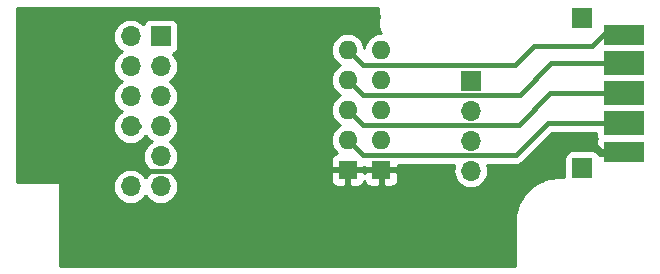
<source format=gbl>
G04 #@! TF.GenerationSoftware,KiCad,Pcbnew,(5.1.4)-1*
G04 #@! TF.CreationDate,2020-10-15T03:44:07+01:00*
G04 #@! TF.ProjectId,buffer,62756666-6572-42e6-9b69-6361645f7063,rev?*
G04 #@! TF.SameCoordinates,Original*
G04 #@! TF.FileFunction,Copper,L2,Bot*
G04 #@! TF.FilePolarity,Positive*
%FSLAX46Y46*%
G04 Gerber Fmt 4.6, Leading zero omitted, Abs format (unit mm)*
G04 Created by KiCad (PCBNEW (5.1.4)-1) date 2020-10-15 03:44:07*
%MOMM*%
%LPD*%
G04 APERTURE LIST*
%ADD10R,3.500000X1.750000*%
%ADD11R,3.500000X2.000000*%
%ADD12R,1.600000X1.600000*%
%ADD13O,1.600000X1.600000*%
%ADD14O,1.700000X1.700000*%
%ADD15R,1.700000X1.700000*%
%ADD16C,0.762000*%
%ADD17C,0.381000*%
%ADD18C,0.635000*%
%ADD19C,0.254000*%
G04 APERTURE END LIST*
D10*
X79602000Y-34245960D03*
D11*
X79602000Y-36660960D03*
X79602000Y-39200960D03*
X79602000Y-41740960D03*
D10*
X79602000Y-44155960D03*
D12*
X56178000Y-45679360D03*
D13*
X56178000Y-43139360D03*
X56178000Y-40599360D03*
X56178000Y-38059360D03*
X56178000Y-35519360D03*
D14*
X66617400Y-45730160D03*
X66617400Y-43190160D03*
X66617400Y-40650160D03*
D15*
X66617400Y-38110160D03*
X76033180Y-45504100D03*
X40353800Y-34376360D03*
D14*
X37813800Y-34376360D03*
X40353800Y-36916360D03*
X37813800Y-36916360D03*
X40353800Y-39456360D03*
X37813800Y-39456360D03*
X40353800Y-41996360D03*
X37813800Y-41996360D03*
X40353800Y-44536360D03*
X37813800Y-44536360D03*
X40353800Y-47076360D03*
X37813800Y-47076360D03*
D15*
X76040800Y-32801560D03*
D13*
X59022800Y-35519360D03*
X59022800Y-38059360D03*
X59022800Y-40599360D03*
X59022800Y-43139360D03*
D12*
X59022800Y-45679360D03*
D16*
X46507000Y-34395960D03*
X58712000Y-32700960D03*
X46084040Y-45813980D03*
D17*
X38663799Y-45386359D02*
X37813800Y-44536360D01*
X39057501Y-45780061D02*
X38663799Y-45386359D01*
X42101101Y-45780061D02*
X39057501Y-45780061D01*
X46022000Y-49700960D02*
X42101101Y-45780061D01*
X62702000Y-49700960D02*
X59102000Y-49700960D01*
X63002000Y-49700960D02*
X62702000Y-49700960D01*
X56902000Y-49700960D02*
X46022000Y-49700960D01*
X63002000Y-49700960D02*
X67292000Y-49700960D01*
X67292000Y-49700960D02*
X73843000Y-43149960D01*
D18*
X76501000Y-43149960D02*
X73843000Y-43149960D01*
X79602000Y-44280960D02*
X77632000Y-44280960D01*
X77632000Y-44280960D02*
X76501000Y-43149960D01*
D17*
X48202000Y-32700960D02*
X58712000Y-32700960D01*
X46507000Y-34395960D02*
X48202000Y-32700960D01*
X56178000Y-45679360D02*
X59022800Y-45679360D01*
X59022800Y-49590960D02*
X58912800Y-49700960D01*
X59022800Y-45679360D02*
X59022800Y-49590960D01*
X59102000Y-49700960D02*
X58912800Y-49700960D01*
X58912800Y-49700960D02*
X56902000Y-49700960D01*
X46507000Y-45391020D02*
X46507000Y-34395960D01*
X46084040Y-45813980D02*
X46507000Y-45391020D01*
X37813800Y-41996360D02*
X38513122Y-41996360D01*
X56977999Y-36319359D02*
X56178000Y-35519360D01*
X77966000Y-34120960D02*
X76866000Y-35220960D01*
X79847000Y-34120960D02*
X77966000Y-34120960D01*
X76866000Y-35220960D02*
X71970400Y-35220960D01*
X71970400Y-35220960D02*
X70376600Y-36814760D01*
X70376600Y-36814760D02*
X57473400Y-36814760D01*
X57473400Y-36814760D02*
X56977999Y-36319359D01*
X56977999Y-38859359D02*
X56178000Y-38059360D01*
X57448000Y-39329360D02*
X56977999Y-38859359D01*
X65427938Y-39329360D02*
X57448000Y-39329360D01*
X73432000Y-36660960D02*
X70763600Y-39329360D01*
X79847000Y-36660960D02*
X73432000Y-36660960D01*
X70763600Y-39329360D02*
X67806862Y-39329360D01*
X67806862Y-39329360D02*
X67782361Y-39353861D01*
X67782361Y-39353861D02*
X65452439Y-39353861D01*
X65452439Y-39353861D02*
X65427938Y-39329360D01*
X79847000Y-39200960D02*
X73352000Y-39200960D01*
X56977999Y-41399359D02*
X56178000Y-40599360D01*
X57472501Y-41893861D02*
X56977999Y-41399359D01*
X73352000Y-39200960D02*
X70659099Y-41893861D01*
X70659099Y-41893861D02*
X57472501Y-41893861D01*
X79847000Y-41740960D02*
X73122000Y-41740960D01*
X56977999Y-43939359D02*
X56178000Y-43139360D01*
X57472501Y-44433861D02*
X56977999Y-43939359D01*
X73122000Y-41740960D02*
X70429099Y-44433861D01*
X70429099Y-44433861D02*
X57472501Y-44433861D01*
D19*
G36*
X58795001Y-32793303D02*
G01*
X58795000Y-32793313D01*
X58795000Y-33555313D01*
X58791686Y-33588960D01*
X58804912Y-33723243D01*
X58844081Y-33852366D01*
X58907688Y-33971367D01*
X58993289Y-34075671D01*
X59003876Y-34084360D01*
X58952308Y-34084360D01*
X58741491Y-34105124D01*
X58470992Y-34187178D01*
X58221699Y-34320428D01*
X58003192Y-34499752D01*
X57823868Y-34718259D01*
X57690618Y-34967552D01*
X57608564Y-35238051D01*
X57600400Y-35320940D01*
X57592236Y-35238051D01*
X57510182Y-34967552D01*
X57376932Y-34718259D01*
X57197608Y-34499752D01*
X56979101Y-34320428D01*
X56729808Y-34187178D01*
X56459309Y-34105124D01*
X56248492Y-34084360D01*
X56107508Y-34084360D01*
X55896691Y-34105124D01*
X55626192Y-34187178D01*
X55376899Y-34320428D01*
X55158392Y-34499752D01*
X54979068Y-34718259D01*
X54845818Y-34967552D01*
X54763764Y-35238051D01*
X54736057Y-35519360D01*
X54763764Y-35800669D01*
X54845818Y-36071168D01*
X54979068Y-36320461D01*
X55158392Y-36538968D01*
X55376899Y-36718292D01*
X55509858Y-36789360D01*
X55376899Y-36860428D01*
X55158392Y-37039752D01*
X54979068Y-37258259D01*
X54845818Y-37507552D01*
X54763764Y-37778051D01*
X54736057Y-38059360D01*
X54763764Y-38340669D01*
X54845818Y-38611168D01*
X54979068Y-38860461D01*
X55158392Y-39078968D01*
X55376899Y-39258292D01*
X55509858Y-39329360D01*
X55376899Y-39400428D01*
X55158392Y-39579752D01*
X54979068Y-39798259D01*
X54845818Y-40047552D01*
X54763764Y-40318051D01*
X54736057Y-40599360D01*
X54763764Y-40880669D01*
X54845818Y-41151168D01*
X54979068Y-41400461D01*
X55158392Y-41618968D01*
X55376899Y-41798292D01*
X55509858Y-41869360D01*
X55376899Y-41940428D01*
X55158392Y-42119752D01*
X54979068Y-42338259D01*
X54845818Y-42587552D01*
X54763764Y-42858051D01*
X54736057Y-43139360D01*
X54763764Y-43420669D01*
X54845818Y-43691168D01*
X54979068Y-43940461D01*
X55158392Y-44158968D01*
X55271482Y-44251779D01*
X55253518Y-44253548D01*
X55133820Y-44289858D01*
X55023506Y-44348823D01*
X54926815Y-44428175D01*
X54847463Y-44524866D01*
X54788498Y-44635180D01*
X54752188Y-44754878D01*
X54739928Y-44879360D01*
X54743000Y-45393610D01*
X54901750Y-45552360D01*
X56051000Y-45552360D01*
X56051000Y-45532360D01*
X56305000Y-45532360D01*
X56305000Y-45552360D01*
X57454250Y-45552360D01*
X57600400Y-45406210D01*
X57746550Y-45552360D01*
X58895800Y-45552360D01*
X58895800Y-45532360D01*
X59149800Y-45532360D01*
X59149800Y-45552360D01*
X60299050Y-45552360D01*
X60457800Y-45393610D01*
X60458602Y-45259361D01*
X65208395Y-45259361D01*
X65153887Y-45439049D01*
X65125215Y-45730160D01*
X65153887Y-46021271D01*
X65238801Y-46301194D01*
X65376694Y-46559174D01*
X65562266Y-46785294D01*
X65788386Y-46970866D01*
X66046366Y-47108759D01*
X66326289Y-47193673D01*
X66544450Y-47215160D01*
X66690350Y-47215160D01*
X66908511Y-47193673D01*
X67188434Y-47108759D01*
X67446414Y-46970866D01*
X67672534Y-46785294D01*
X67858106Y-46559174D01*
X67995999Y-46301194D01*
X68080913Y-46021271D01*
X68109585Y-45730160D01*
X68080913Y-45439049D01*
X68026405Y-45259361D01*
X70388549Y-45259361D01*
X70429099Y-45263355D01*
X70469649Y-45259361D01*
X70469652Y-45259361D01*
X70590925Y-45247417D01*
X70746533Y-45200214D01*
X70889941Y-45123560D01*
X71015640Y-45020402D01*
X71041497Y-44988895D01*
X73463933Y-42566460D01*
X77213928Y-42566460D01*
X77213928Y-42740960D01*
X77226188Y-42865442D01*
X77262498Y-42985140D01*
X77276299Y-43010960D01*
X77262498Y-43036780D01*
X77226188Y-43156478D01*
X77213928Y-43280960D01*
X77217000Y-43870210D01*
X77375748Y-44028958D01*
X77217000Y-44028958D01*
X77217000Y-44112512D01*
X77127360Y-44064598D01*
X77007662Y-44028288D01*
X76883180Y-44016028D01*
X75183180Y-44016028D01*
X75058698Y-44028288D01*
X74939000Y-44064598D01*
X74828686Y-44123563D01*
X74731995Y-44202915D01*
X74652643Y-44299606D01*
X74593678Y-44409920D01*
X74557368Y-44529618D01*
X74545108Y-44654100D01*
X74545108Y-46289760D01*
X74137394Y-46289760D01*
X74066810Y-46289423D01*
X74034205Y-46292463D01*
X74001456Y-46292234D01*
X73991938Y-46293168D01*
X73395320Y-46355874D01*
X73334509Y-46368357D01*
X73273518Y-46379992D01*
X73264362Y-46382756D01*
X72691286Y-46560153D01*
X72634032Y-46584221D01*
X72576488Y-46607470D01*
X72568043Y-46611960D01*
X72040338Y-46897289D01*
X71988881Y-46931997D01*
X71936917Y-46966002D01*
X71929505Y-46972047D01*
X71467271Y-47354441D01*
X71423524Y-47398494D01*
X71379167Y-47441932D01*
X71373070Y-47449302D01*
X70993913Y-47914194D01*
X70959557Y-47965905D01*
X70924480Y-48017133D01*
X70919934Y-48025542D01*
X70919931Y-48025546D01*
X70919931Y-48025547D01*
X70638293Y-48555231D01*
X70614639Y-48612620D01*
X70590176Y-48669696D01*
X70587348Y-48678833D01*
X70413957Y-49253133D01*
X70401900Y-49314026D01*
X70388990Y-49374763D01*
X70387990Y-49384275D01*
X70329450Y-49981316D01*
X70329450Y-49981327D01*
X70326178Y-50014578D01*
X70326536Y-53808160D01*
X31847340Y-53808160D01*
X31847340Y-46796960D01*
X31844900Y-46772184D01*
X31837673Y-46748359D01*
X31825937Y-46726403D01*
X31810143Y-46707157D01*
X31790897Y-46691363D01*
X31768941Y-46679627D01*
X31745116Y-46672400D01*
X31720340Y-46669960D01*
X28211800Y-46669960D01*
X28211800Y-34376360D01*
X36321615Y-34376360D01*
X36350287Y-34667471D01*
X36435201Y-34947394D01*
X36573094Y-35205374D01*
X36758666Y-35431494D01*
X36984786Y-35617066D01*
X37039591Y-35646360D01*
X36984786Y-35675654D01*
X36758666Y-35861226D01*
X36573094Y-36087346D01*
X36435201Y-36345326D01*
X36350287Y-36625249D01*
X36321615Y-36916360D01*
X36350287Y-37207471D01*
X36435201Y-37487394D01*
X36573094Y-37745374D01*
X36758666Y-37971494D01*
X36984786Y-38157066D01*
X37039591Y-38186360D01*
X36984786Y-38215654D01*
X36758666Y-38401226D01*
X36573094Y-38627346D01*
X36435201Y-38885326D01*
X36350287Y-39165249D01*
X36321615Y-39456360D01*
X36350287Y-39747471D01*
X36435201Y-40027394D01*
X36573094Y-40285374D01*
X36758666Y-40511494D01*
X36984786Y-40697066D01*
X37039591Y-40726360D01*
X36984786Y-40755654D01*
X36758666Y-40941226D01*
X36573094Y-41167346D01*
X36435201Y-41425326D01*
X36350287Y-41705249D01*
X36321615Y-41996360D01*
X36350287Y-42287471D01*
X36435201Y-42567394D01*
X36573094Y-42825374D01*
X36758666Y-43051494D01*
X36984786Y-43237066D01*
X37242766Y-43374959D01*
X37522689Y-43459873D01*
X37740850Y-43481360D01*
X37886750Y-43481360D01*
X38104911Y-43459873D01*
X38384834Y-43374959D01*
X38642814Y-43237066D01*
X38868934Y-43051494D01*
X39054506Y-42825374D01*
X39083800Y-42770569D01*
X39113094Y-42825374D01*
X39298666Y-43051494D01*
X39524786Y-43237066D01*
X39579591Y-43266360D01*
X39524786Y-43295654D01*
X39298666Y-43481226D01*
X39113094Y-43707346D01*
X38975201Y-43965326D01*
X38890287Y-44245249D01*
X38861615Y-44536360D01*
X38890287Y-44827471D01*
X38975201Y-45107394D01*
X39113094Y-45365374D01*
X39298666Y-45591494D01*
X39524786Y-45777066D01*
X39579591Y-45806360D01*
X39524786Y-45835654D01*
X39298666Y-46021226D01*
X39113094Y-46247346D01*
X39083800Y-46302151D01*
X39054506Y-46247346D01*
X38868934Y-46021226D01*
X38642814Y-45835654D01*
X38384834Y-45697761D01*
X38104911Y-45612847D01*
X37886750Y-45591360D01*
X37740850Y-45591360D01*
X37522689Y-45612847D01*
X37242766Y-45697761D01*
X36984786Y-45835654D01*
X36758666Y-46021226D01*
X36573094Y-46247346D01*
X36435201Y-46505326D01*
X36350287Y-46785249D01*
X36321615Y-47076360D01*
X36350287Y-47367471D01*
X36435201Y-47647394D01*
X36573094Y-47905374D01*
X36758666Y-48131494D01*
X36984786Y-48317066D01*
X37242766Y-48454959D01*
X37522689Y-48539873D01*
X37740850Y-48561360D01*
X37886750Y-48561360D01*
X38104911Y-48539873D01*
X38384834Y-48454959D01*
X38642814Y-48317066D01*
X38868934Y-48131494D01*
X39054506Y-47905374D01*
X39083800Y-47850569D01*
X39113094Y-47905374D01*
X39298666Y-48131494D01*
X39524786Y-48317066D01*
X39782766Y-48454959D01*
X40062689Y-48539873D01*
X40280850Y-48561360D01*
X40426750Y-48561360D01*
X40644911Y-48539873D01*
X40924834Y-48454959D01*
X41182814Y-48317066D01*
X41408934Y-48131494D01*
X41594506Y-47905374D01*
X41732399Y-47647394D01*
X41817313Y-47367471D01*
X41845985Y-47076360D01*
X41817313Y-46785249D01*
X41732399Y-46505326D01*
X41718520Y-46479360D01*
X54739928Y-46479360D01*
X54752188Y-46603842D01*
X54788498Y-46723540D01*
X54847463Y-46833854D01*
X54926815Y-46930545D01*
X55023506Y-47009897D01*
X55133820Y-47068862D01*
X55253518Y-47105172D01*
X55378000Y-47117432D01*
X55892250Y-47114360D01*
X56051000Y-46955610D01*
X56051000Y-45806360D01*
X56305000Y-45806360D01*
X56305000Y-46955610D01*
X56463750Y-47114360D01*
X56978000Y-47117432D01*
X57102482Y-47105172D01*
X57222180Y-47068862D01*
X57332494Y-47009897D01*
X57429185Y-46930545D01*
X57508537Y-46833854D01*
X57567502Y-46723540D01*
X57600400Y-46615090D01*
X57633298Y-46723540D01*
X57692263Y-46833854D01*
X57771615Y-46930545D01*
X57868306Y-47009897D01*
X57978620Y-47068862D01*
X58098318Y-47105172D01*
X58222800Y-47117432D01*
X58737050Y-47114360D01*
X58895800Y-46955610D01*
X58895800Y-45806360D01*
X59149800Y-45806360D01*
X59149800Y-46955610D01*
X59308550Y-47114360D01*
X59822800Y-47117432D01*
X59947282Y-47105172D01*
X60066980Y-47068862D01*
X60177294Y-47009897D01*
X60273985Y-46930545D01*
X60353337Y-46833854D01*
X60412302Y-46723540D01*
X60448612Y-46603842D01*
X60460872Y-46479360D01*
X60457800Y-45965110D01*
X60299050Y-45806360D01*
X59149800Y-45806360D01*
X58895800Y-45806360D01*
X57746550Y-45806360D01*
X57600400Y-45952510D01*
X57454250Y-45806360D01*
X56305000Y-45806360D01*
X56051000Y-45806360D01*
X54901750Y-45806360D01*
X54743000Y-45965110D01*
X54739928Y-46479360D01*
X41718520Y-46479360D01*
X41594506Y-46247346D01*
X41408934Y-46021226D01*
X41182814Y-45835654D01*
X41128009Y-45806360D01*
X41182814Y-45777066D01*
X41408934Y-45591494D01*
X41594506Y-45365374D01*
X41732399Y-45107394D01*
X41817313Y-44827471D01*
X41845985Y-44536360D01*
X41817313Y-44245249D01*
X41732399Y-43965326D01*
X41594506Y-43707346D01*
X41408934Y-43481226D01*
X41182814Y-43295654D01*
X41128009Y-43266360D01*
X41182814Y-43237066D01*
X41408934Y-43051494D01*
X41594506Y-42825374D01*
X41732399Y-42567394D01*
X41817313Y-42287471D01*
X41845985Y-41996360D01*
X41817313Y-41705249D01*
X41732399Y-41425326D01*
X41594506Y-41167346D01*
X41408934Y-40941226D01*
X41182814Y-40755654D01*
X41128009Y-40726360D01*
X41182814Y-40697066D01*
X41408934Y-40511494D01*
X41594506Y-40285374D01*
X41732399Y-40027394D01*
X41817313Y-39747471D01*
X41845985Y-39456360D01*
X41817313Y-39165249D01*
X41732399Y-38885326D01*
X41594506Y-38627346D01*
X41408934Y-38401226D01*
X41182814Y-38215654D01*
X41128009Y-38186360D01*
X41182814Y-38157066D01*
X41408934Y-37971494D01*
X41594506Y-37745374D01*
X41732399Y-37487394D01*
X41817313Y-37207471D01*
X41845985Y-36916360D01*
X41817313Y-36625249D01*
X41732399Y-36345326D01*
X41594506Y-36087346D01*
X41408934Y-35861226D01*
X41379113Y-35836753D01*
X41447980Y-35815862D01*
X41558294Y-35756897D01*
X41654985Y-35677545D01*
X41734337Y-35580854D01*
X41793302Y-35470540D01*
X41829612Y-35350842D01*
X41841872Y-35226360D01*
X41841872Y-33526360D01*
X41829612Y-33401878D01*
X41793302Y-33282180D01*
X41734337Y-33171866D01*
X41654985Y-33075175D01*
X41558294Y-32995823D01*
X41447980Y-32936858D01*
X41328282Y-32900548D01*
X41203800Y-32888288D01*
X39503800Y-32888288D01*
X39379318Y-32900548D01*
X39259620Y-32936858D01*
X39149306Y-32995823D01*
X39052615Y-33075175D01*
X38973263Y-33171866D01*
X38914298Y-33282180D01*
X38893407Y-33351047D01*
X38868934Y-33321226D01*
X38642814Y-33135654D01*
X38384834Y-32997761D01*
X38104911Y-32912847D01*
X37886750Y-32891360D01*
X37740850Y-32891360D01*
X37522689Y-32912847D01*
X37242766Y-32997761D01*
X36984786Y-33135654D01*
X36758666Y-33321226D01*
X36573094Y-33547346D01*
X36435201Y-33805326D01*
X36350287Y-34085249D01*
X36321615Y-34376360D01*
X28211800Y-34376360D01*
X28211800Y-31987960D01*
X58795000Y-31987960D01*
X58795001Y-32793303D01*
X58795001Y-32793303D01*
G37*
X58795001Y-32793303D02*
X58795000Y-32793313D01*
X58795000Y-33555313D01*
X58791686Y-33588960D01*
X58804912Y-33723243D01*
X58844081Y-33852366D01*
X58907688Y-33971367D01*
X58993289Y-34075671D01*
X59003876Y-34084360D01*
X58952308Y-34084360D01*
X58741491Y-34105124D01*
X58470992Y-34187178D01*
X58221699Y-34320428D01*
X58003192Y-34499752D01*
X57823868Y-34718259D01*
X57690618Y-34967552D01*
X57608564Y-35238051D01*
X57600400Y-35320940D01*
X57592236Y-35238051D01*
X57510182Y-34967552D01*
X57376932Y-34718259D01*
X57197608Y-34499752D01*
X56979101Y-34320428D01*
X56729808Y-34187178D01*
X56459309Y-34105124D01*
X56248492Y-34084360D01*
X56107508Y-34084360D01*
X55896691Y-34105124D01*
X55626192Y-34187178D01*
X55376899Y-34320428D01*
X55158392Y-34499752D01*
X54979068Y-34718259D01*
X54845818Y-34967552D01*
X54763764Y-35238051D01*
X54736057Y-35519360D01*
X54763764Y-35800669D01*
X54845818Y-36071168D01*
X54979068Y-36320461D01*
X55158392Y-36538968D01*
X55376899Y-36718292D01*
X55509858Y-36789360D01*
X55376899Y-36860428D01*
X55158392Y-37039752D01*
X54979068Y-37258259D01*
X54845818Y-37507552D01*
X54763764Y-37778051D01*
X54736057Y-38059360D01*
X54763764Y-38340669D01*
X54845818Y-38611168D01*
X54979068Y-38860461D01*
X55158392Y-39078968D01*
X55376899Y-39258292D01*
X55509858Y-39329360D01*
X55376899Y-39400428D01*
X55158392Y-39579752D01*
X54979068Y-39798259D01*
X54845818Y-40047552D01*
X54763764Y-40318051D01*
X54736057Y-40599360D01*
X54763764Y-40880669D01*
X54845818Y-41151168D01*
X54979068Y-41400461D01*
X55158392Y-41618968D01*
X55376899Y-41798292D01*
X55509858Y-41869360D01*
X55376899Y-41940428D01*
X55158392Y-42119752D01*
X54979068Y-42338259D01*
X54845818Y-42587552D01*
X54763764Y-42858051D01*
X54736057Y-43139360D01*
X54763764Y-43420669D01*
X54845818Y-43691168D01*
X54979068Y-43940461D01*
X55158392Y-44158968D01*
X55271482Y-44251779D01*
X55253518Y-44253548D01*
X55133820Y-44289858D01*
X55023506Y-44348823D01*
X54926815Y-44428175D01*
X54847463Y-44524866D01*
X54788498Y-44635180D01*
X54752188Y-44754878D01*
X54739928Y-44879360D01*
X54743000Y-45393610D01*
X54901750Y-45552360D01*
X56051000Y-45552360D01*
X56051000Y-45532360D01*
X56305000Y-45532360D01*
X56305000Y-45552360D01*
X57454250Y-45552360D01*
X57600400Y-45406210D01*
X57746550Y-45552360D01*
X58895800Y-45552360D01*
X58895800Y-45532360D01*
X59149800Y-45532360D01*
X59149800Y-45552360D01*
X60299050Y-45552360D01*
X60457800Y-45393610D01*
X60458602Y-45259361D01*
X65208395Y-45259361D01*
X65153887Y-45439049D01*
X65125215Y-45730160D01*
X65153887Y-46021271D01*
X65238801Y-46301194D01*
X65376694Y-46559174D01*
X65562266Y-46785294D01*
X65788386Y-46970866D01*
X66046366Y-47108759D01*
X66326289Y-47193673D01*
X66544450Y-47215160D01*
X66690350Y-47215160D01*
X66908511Y-47193673D01*
X67188434Y-47108759D01*
X67446414Y-46970866D01*
X67672534Y-46785294D01*
X67858106Y-46559174D01*
X67995999Y-46301194D01*
X68080913Y-46021271D01*
X68109585Y-45730160D01*
X68080913Y-45439049D01*
X68026405Y-45259361D01*
X70388549Y-45259361D01*
X70429099Y-45263355D01*
X70469649Y-45259361D01*
X70469652Y-45259361D01*
X70590925Y-45247417D01*
X70746533Y-45200214D01*
X70889941Y-45123560D01*
X71015640Y-45020402D01*
X71041497Y-44988895D01*
X73463933Y-42566460D01*
X77213928Y-42566460D01*
X77213928Y-42740960D01*
X77226188Y-42865442D01*
X77262498Y-42985140D01*
X77276299Y-43010960D01*
X77262498Y-43036780D01*
X77226188Y-43156478D01*
X77213928Y-43280960D01*
X77217000Y-43870210D01*
X77375748Y-44028958D01*
X77217000Y-44028958D01*
X77217000Y-44112512D01*
X77127360Y-44064598D01*
X77007662Y-44028288D01*
X76883180Y-44016028D01*
X75183180Y-44016028D01*
X75058698Y-44028288D01*
X74939000Y-44064598D01*
X74828686Y-44123563D01*
X74731995Y-44202915D01*
X74652643Y-44299606D01*
X74593678Y-44409920D01*
X74557368Y-44529618D01*
X74545108Y-44654100D01*
X74545108Y-46289760D01*
X74137394Y-46289760D01*
X74066810Y-46289423D01*
X74034205Y-46292463D01*
X74001456Y-46292234D01*
X73991938Y-46293168D01*
X73395320Y-46355874D01*
X73334509Y-46368357D01*
X73273518Y-46379992D01*
X73264362Y-46382756D01*
X72691286Y-46560153D01*
X72634032Y-46584221D01*
X72576488Y-46607470D01*
X72568043Y-46611960D01*
X72040338Y-46897289D01*
X71988881Y-46931997D01*
X71936917Y-46966002D01*
X71929505Y-46972047D01*
X71467271Y-47354441D01*
X71423524Y-47398494D01*
X71379167Y-47441932D01*
X71373070Y-47449302D01*
X70993913Y-47914194D01*
X70959557Y-47965905D01*
X70924480Y-48017133D01*
X70919934Y-48025542D01*
X70919931Y-48025546D01*
X70919931Y-48025547D01*
X70638293Y-48555231D01*
X70614639Y-48612620D01*
X70590176Y-48669696D01*
X70587348Y-48678833D01*
X70413957Y-49253133D01*
X70401900Y-49314026D01*
X70388990Y-49374763D01*
X70387990Y-49384275D01*
X70329450Y-49981316D01*
X70329450Y-49981327D01*
X70326178Y-50014578D01*
X70326536Y-53808160D01*
X31847340Y-53808160D01*
X31847340Y-46796960D01*
X31844900Y-46772184D01*
X31837673Y-46748359D01*
X31825937Y-46726403D01*
X31810143Y-46707157D01*
X31790897Y-46691363D01*
X31768941Y-46679627D01*
X31745116Y-46672400D01*
X31720340Y-46669960D01*
X28211800Y-46669960D01*
X28211800Y-34376360D01*
X36321615Y-34376360D01*
X36350287Y-34667471D01*
X36435201Y-34947394D01*
X36573094Y-35205374D01*
X36758666Y-35431494D01*
X36984786Y-35617066D01*
X37039591Y-35646360D01*
X36984786Y-35675654D01*
X36758666Y-35861226D01*
X36573094Y-36087346D01*
X36435201Y-36345326D01*
X36350287Y-36625249D01*
X36321615Y-36916360D01*
X36350287Y-37207471D01*
X36435201Y-37487394D01*
X36573094Y-37745374D01*
X36758666Y-37971494D01*
X36984786Y-38157066D01*
X37039591Y-38186360D01*
X36984786Y-38215654D01*
X36758666Y-38401226D01*
X36573094Y-38627346D01*
X36435201Y-38885326D01*
X36350287Y-39165249D01*
X36321615Y-39456360D01*
X36350287Y-39747471D01*
X36435201Y-40027394D01*
X36573094Y-40285374D01*
X36758666Y-40511494D01*
X36984786Y-40697066D01*
X37039591Y-40726360D01*
X36984786Y-40755654D01*
X36758666Y-40941226D01*
X36573094Y-41167346D01*
X36435201Y-41425326D01*
X36350287Y-41705249D01*
X36321615Y-41996360D01*
X36350287Y-42287471D01*
X36435201Y-42567394D01*
X36573094Y-42825374D01*
X36758666Y-43051494D01*
X36984786Y-43237066D01*
X37242766Y-43374959D01*
X37522689Y-43459873D01*
X37740850Y-43481360D01*
X37886750Y-43481360D01*
X38104911Y-43459873D01*
X38384834Y-43374959D01*
X38642814Y-43237066D01*
X38868934Y-43051494D01*
X39054506Y-42825374D01*
X39083800Y-42770569D01*
X39113094Y-42825374D01*
X39298666Y-43051494D01*
X39524786Y-43237066D01*
X39579591Y-43266360D01*
X39524786Y-43295654D01*
X39298666Y-43481226D01*
X39113094Y-43707346D01*
X38975201Y-43965326D01*
X38890287Y-44245249D01*
X38861615Y-44536360D01*
X38890287Y-44827471D01*
X38975201Y-45107394D01*
X39113094Y-45365374D01*
X39298666Y-45591494D01*
X39524786Y-45777066D01*
X39579591Y-45806360D01*
X39524786Y-45835654D01*
X39298666Y-46021226D01*
X39113094Y-46247346D01*
X39083800Y-46302151D01*
X39054506Y-46247346D01*
X38868934Y-46021226D01*
X38642814Y-45835654D01*
X38384834Y-45697761D01*
X38104911Y-45612847D01*
X37886750Y-45591360D01*
X37740850Y-45591360D01*
X37522689Y-45612847D01*
X37242766Y-45697761D01*
X36984786Y-45835654D01*
X36758666Y-46021226D01*
X36573094Y-46247346D01*
X36435201Y-46505326D01*
X36350287Y-46785249D01*
X36321615Y-47076360D01*
X36350287Y-47367471D01*
X36435201Y-47647394D01*
X36573094Y-47905374D01*
X36758666Y-48131494D01*
X36984786Y-48317066D01*
X37242766Y-48454959D01*
X37522689Y-48539873D01*
X37740850Y-48561360D01*
X37886750Y-48561360D01*
X38104911Y-48539873D01*
X38384834Y-48454959D01*
X38642814Y-48317066D01*
X38868934Y-48131494D01*
X39054506Y-47905374D01*
X39083800Y-47850569D01*
X39113094Y-47905374D01*
X39298666Y-48131494D01*
X39524786Y-48317066D01*
X39782766Y-48454959D01*
X40062689Y-48539873D01*
X40280850Y-48561360D01*
X40426750Y-48561360D01*
X40644911Y-48539873D01*
X40924834Y-48454959D01*
X41182814Y-48317066D01*
X41408934Y-48131494D01*
X41594506Y-47905374D01*
X41732399Y-47647394D01*
X41817313Y-47367471D01*
X41845985Y-47076360D01*
X41817313Y-46785249D01*
X41732399Y-46505326D01*
X41718520Y-46479360D01*
X54739928Y-46479360D01*
X54752188Y-46603842D01*
X54788498Y-46723540D01*
X54847463Y-46833854D01*
X54926815Y-46930545D01*
X55023506Y-47009897D01*
X55133820Y-47068862D01*
X55253518Y-47105172D01*
X55378000Y-47117432D01*
X55892250Y-47114360D01*
X56051000Y-46955610D01*
X56051000Y-45806360D01*
X56305000Y-45806360D01*
X56305000Y-46955610D01*
X56463750Y-47114360D01*
X56978000Y-47117432D01*
X57102482Y-47105172D01*
X57222180Y-47068862D01*
X57332494Y-47009897D01*
X57429185Y-46930545D01*
X57508537Y-46833854D01*
X57567502Y-46723540D01*
X57600400Y-46615090D01*
X57633298Y-46723540D01*
X57692263Y-46833854D01*
X57771615Y-46930545D01*
X57868306Y-47009897D01*
X57978620Y-47068862D01*
X58098318Y-47105172D01*
X58222800Y-47117432D01*
X58737050Y-47114360D01*
X58895800Y-46955610D01*
X58895800Y-45806360D01*
X59149800Y-45806360D01*
X59149800Y-46955610D01*
X59308550Y-47114360D01*
X59822800Y-47117432D01*
X59947282Y-47105172D01*
X60066980Y-47068862D01*
X60177294Y-47009897D01*
X60273985Y-46930545D01*
X60353337Y-46833854D01*
X60412302Y-46723540D01*
X60448612Y-46603842D01*
X60460872Y-46479360D01*
X60457800Y-45965110D01*
X60299050Y-45806360D01*
X59149800Y-45806360D01*
X58895800Y-45806360D01*
X57746550Y-45806360D01*
X57600400Y-45952510D01*
X57454250Y-45806360D01*
X56305000Y-45806360D01*
X56051000Y-45806360D01*
X54901750Y-45806360D01*
X54743000Y-45965110D01*
X54739928Y-46479360D01*
X41718520Y-46479360D01*
X41594506Y-46247346D01*
X41408934Y-46021226D01*
X41182814Y-45835654D01*
X41128009Y-45806360D01*
X41182814Y-45777066D01*
X41408934Y-45591494D01*
X41594506Y-45365374D01*
X41732399Y-45107394D01*
X41817313Y-44827471D01*
X41845985Y-44536360D01*
X41817313Y-44245249D01*
X41732399Y-43965326D01*
X41594506Y-43707346D01*
X41408934Y-43481226D01*
X41182814Y-43295654D01*
X41128009Y-43266360D01*
X41182814Y-43237066D01*
X41408934Y-43051494D01*
X41594506Y-42825374D01*
X41732399Y-42567394D01*
X41817313Y-42287471D01*
X41845985Y-41996360D01*
X41817313Y-41705249D01*
X41732399Y-41425326D01*
X41594506Y-41167346D01*
X41408934Y-40941226D01*
X41182814Y-40755654D01*
X41128009Y-40726360D01*
X41182814Y-40697066D01*
X41408934Y-40511494D01*
X41594506Y-40285374D01*
X41732399Y-40027394D01*
X41817313Y-39747471D01*
X41845985Y-39456360D01*
X41817313Y-39165249D01*
X41732399Y-38885326D01*
X41594506Y-38627346D01*
X41408934Y-38401226D01*
X41182814Y-38215654D01*
X41128009Y-38186360D01*
X41182814Y-38157066D01*
X41408934Y-37971494D01*
X41594506Y-37745374D01*
X41732399Y-37487394D01*
X41817313Y-37207471D01*
X41845985Y-36916360D01*
X41817313Y-36625249D01*
X41732399Y-36345326D01*
X41594506Y-36087346D01*
X41408934Y-35861226D01*
X41379113Y-35836753D01*
X41447980Y-35815862D01*
X41558294Y-35756897D01*
X41654985Y-35677545D01*
X41734337Y-35580854D01*
X41793302Y-35470540D01*
X41829612Y-35350842D01*
X41841872Y-35226360D01*
X41841872Y-33526360D01*
X41829612Y-33401878D01*
X41793302Y-33282180D01*
X41734337Y-33171866D01*
X41654985Y-33075175D01*
X41558294Y-32995823D01*
X41447980Y-32936858D01*
X41328282Y-32900548D01*
X41203800Y-32888288D01*
X39503800Y-32888288D01*
X39379318Y-32900548D01*
X39259620Y-32936858D01*
X39149306Y-32995823D01*
X39052615Y-33075175D01*
X38973263Y-33171866D01*
X38914298Y-33282180D01*
X38893407Y-33351047D01*
X38868934Y-33321226D01*
X38642814Y-33135654D01*
X38384834Y-32997761D01*
X38104911Y-32912847D01*
X37886750Y-32891360D01*
X37740850Y-32891360D01*
X37522689Y-32912847D01*
X37242766Y-32997761D01*
X36984786Y-33135654D01*
X36758666Y-33321226D01*
X36573094Y-33547346D01*
X36435201Y-33805326D01*
X36350287Y-34085249D01*
X36321615Y-34376360D01*
X28211800Y-34376360D01*
X28211800Y-31987960D01*
X58795000Y-31987960D01*
X58795001Y-32793303D01*
G36*
X79729000Y-44028960D02*
G01*
X79749000Y-44028960D01*
X79749000Y-44282960D01*
X79729000Y-44282960D01*
X79729000Y-44302960D01*
X79475000Y-44302960D01*
X79475000Y-44282960D01*
X79455000Y-44282960D01*
X79455000Y-44028960D01*
X79475000Y-44028960D01*
X79475000Y-44008960D01*
X79729000Y-44008960D01*
X79729000Y-44028960D01*
X79729000Y-44028960D01*
G37*
X79729000Y-44028960D02*
X79749000Y-44028960D01*
X79749000Y-44282960D01*
X79729000Y-44282960D01*
X79729000Y-44302960D01*
X79475000Y-44302960D01*
X79475000Y-44282960D01*
X79455000Y-44282960D01*
X79455000Y-44028960D01*
X79475000Y-44028960D01*
X79475000Y-44008960D01*
X79729000Y-44008960D01*
X79729000Y-44028960D01*
M02*

</source>
